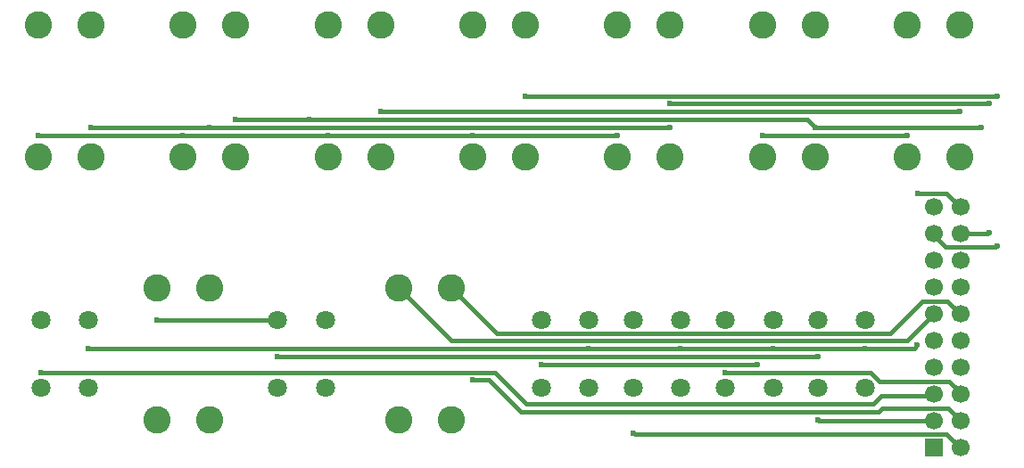
<source format=gbr>
%TF.GenerationSoftware,KiCad,Pcbnew,9.0.6*%
%TF.CreationDate,2026-01-11T11:52:41+09:00*%
%TF.ProjectId,MH01852029121Z2_MJ-HF_control,4d483031-3835-4323-9032-393132315a32,rev?*%
%TF.SameCoordinates,Original*%
%TF.FileFunction,Copper,L1,Top*%
%TF.FilePolarity,Positive*%
%FSLAX46Y46*%
G04 Gerber Fmt 4.6, Leading zero omitted, Abs format (unit mm)*
G04 Created by KiCad (PCBNEW 9.0.6) date 2026-01-11 11:52:41*
%MOMM*%
%LPD*%
G01*
G04 APERTURE LIST*
%TA.AperFunction,ComponentPad*%
%ADD10C,2.600000*%
%TD*%
%TA.AperFunction,ComponentPad*%
%ADD11C,1.800000*%
%TD*%
%TA.AperFunction,ComponentPad*%
%ADD12R,1.700000X1.700000*%
%TD*%
%TA.AperFunction,ComponentPad*%
%ADD13C,1.700000*%
%TD*%
%TA.AperFunction,ViaPad*%
%ADD14C,0.600000*%
%TD*%
%TA.AperFunction,Conductor*%
%ADD15C,0.400000*%
%TD*%
G04 APERTURE END LIST*
D10*
%TO.P,SW5,1,1*%
%TO.N,/Pin4(B11)_A*%
X107500000Y-38750000D03*
X107500000Y-51250000D03*
%TO.P,SW5,2,2*%
%TO.N,/Pin3(B1)_A*%
X112500000Y-38750000D03*
X112500000Y-51250000D03*
%TD*%
%TO.P,SW7,1,1*%
%TO.N,/Pin5(B12)_A*%
X135000000Y-38750000D03*
X135000000Y-51250000D03*
%TO.P,SW7,2,2*%
%TO.N,/Pin6(B2)_A*%
X140000000Y-38750000D03*
X140000000Y-51250000D03*
%TD*%
D11*
%TO.P,SW19,1,1*%
%TO.N,/Pin8(B13)_A*%
X109000000Y-66750000D03*
X109000000Y-73250000D03*
%TO.P,SW19,2,2*%
%TO.N,/Pin7(B3)_A*%
X113500000Y-66750000D03*
X113500000Y-73250000D03*
%TD*%
D10*
%TO.P,SW16,1,1*%
%TO.N,/Pin1(B16)_A*%
X63750000Y-63750000D03*
X63750000Y-76250000D03*
%TO.P,SW16,2,2*%
%TO.N,/Pin3(B1)_A*%
X68750000Y-63750000D03*
X68750000Y-76250000D03*
%TD*%
%TO.P,SW1,1,1*%
%TO.N,/Pin4(B11)_A*%
X52500000Y-38750000D03*
X52500000Y-51250000D03*
%TO.P,SW1,2,2*%
%TO.N,/Pin3(B1)_A*%
X57500000Y-38750000D03*
X57500000Y-51250000D03*
%TD*%
D11*
%TO.P,SW17,1,1*%
%TO.N,/Pin1(B16)_A*%
X75250000Y-66750000D03*
X75250000Y-73250000D03*
%TO.P,SW17,2,2*%
%TO.N,/Pin2(A1)_A*%
X79750000Y-66750000D03*
X79750000Y-73250000D03*
%TD*%
D10*
%TO.P,SW2,1,1*%
%TO.N,/Pin4(B11)_A*%
X66250000Y-38750000D03*
X66250000Y-51250000D03*
%TO.P,SW2,2,2*%
%TO.N,/Pin2(A1)_A*%
X71250000Y-38750000D03*
X71250000Y-51250000D03*
%TD*%
%TO.P,SW4,1,1*%
%TO.N,/Pin4(B11)_A*%
X93750000Y-38750000D03*
X93750000Y-51250000D03*
%TO.P,SW4,2,2*%
%TO.N,/Pin10(A2)_A*%
X98750000Y-38750000D03*
X98750000Y-51250000D03*
%TD*%
%TO.P,SW28,1,1*%
%TO.N,/Pin12(A5)_A*%
X86750000Y-63750000D03*
X86750000Y-76250000D03*
%TO.P,SW28,2,2*%
%TO.N,/Pin13(A17)_A*%
X91750000Y-63750000D03*
X91750000Y-76250000D03*
%TD*%
D11*
%TO.P,SW20,1,1*%
%TO.N,/Pin11(B15)_A*%
X117750000Y-66750000D03*
X117750000Y-73250000D03*
%TO.P,SW20,2,2*%
%TO.N,/Pin7(B3)_A*%
X122250000Y-66750000D03*
X122250000Y-73250000D03*
%TD*%
D10*
%TO.P,SW6,1,1*%
%TO.N,/Pin5(B12)_A*%
X121250000Y-38750000D03*
X121250000Y-51250000D03*
%TO.P,SW6,2,2*%
%TO.N,/Pin2(A1)_A*%
X126250000Y-38750000D03*
X126250000Y-51250000D03*
%TD*%
%TO.P,SW3,1,1*%
%TO.N,/Pin4(B11)_A*%
X80000000Y-38750000D03*
X80000000Y-51250000D03*
%TO.P,SW3,2,2*%
%TO.N,/Pin6(B2)_A*%
X85000000Y-38750000D03*
X85000000Y-51250000D03*
%TD*%
D11*
%TO.P,SW15,1,1*%
%TO.N,/Pin9(B14)_A*%
X52750000Y-66750000D03*
X52750000Y-73250000D03*
%TO.P,SW15,2,2*%
%TO.N,/Pin7(B3)_A*%
X57250000Y-66750000D03*
X57250000Y-73250000D03*
%TD*%
%TO.P,SW21,1,1*%
%TO.N,/Pin1(B16)_A*%
X126500000Y-66750000D03*
X126500000Y-73250000D03*
%TO.P,SW21,2,2*%
%TO.N,/Pin7(B3)_A*%
X131000000Y-66750000D03*
X131000000Y-73250000D03*
%TD*%
%TO.P,SW18,1,1*%
%TO.N,/Pin5(B12)_A*%
X100250000Y-66750000D03*
X100250000Y-73250000D03*
%TO.P,SW18,2,2*%
%TO.N,/Pin7(B3)_A*%
X104750000Y-66750000D03*
X104750000Y-73250000D03*
%TD*%
D12*
%TO.P,J2,1,Pin_1*%
%TO.N,/Pin5(B12)_A*%
X137500000Y-78930000D03*
D13*
%TO.P,J2,2,Pin_2*%
%TO.N,/Pin8(B13)_A*%
X140040000Y-78930000D03*
%TO.P,J2,3,Pin_3*%
%TO.N,/Pin1(B16)_A*%
X137500000Y-76390000D03*
%TO.P,J2,4,Pin_4*%
%TO.N,/Pin4(B11)_A*%
X140040000Y-76390000D03*
%TO.P,J2,5,Pin_5*%
%TO.N,/Pin9(B14)_A*%
X137500000Y-73850000D03*
%TO.P,J2,6,Pin_6*%
%TO.N,/Pin11(B15)_A*%
X140040000Y-73850000D03*
%TO.P,J2,7,Pin_7*%
%TO.N,unconnected-(J2-Pin_7-Pad7)*%
X137500000Y-71310000D03*
%TO.P,J2,8,Pin_8*%
%TO.N,unconnected-(J2-Pin_8-Pad8)*%
X140040000Y-71310000D03*
%TO.P,J2,9,Pin_9*%
%TO.N,unconnected-(J2-Pin_9-Pad9)*%
X137500000Y-68770000D03*
%TO.P,J2,10,Pin_10*%
%TO.N,unconnected-(J2-Pin_10-Pad10)*%
X140040000Y-68770000D03*
%TO.P,J2,11,Pin_11*%
%TO.N,/Pin12(A5)_A*%
X137500000Y-66230000D03*
%TO.P,J2,12,Pin_12*%
%TO.N,/Pin13(A17)_A*%
X140040000Y-66230000D03*
%TO.P,J2,13,Pin_13*%
%TO.N,unconnected-(J2-Pin_13-Pad13)*%
X137500000Y-63690000D03*
%TO.P,J2,14,Pin_14*%
%TO.N,unconnected-(J2-Pin_14-Pad14)*%
X140040000Y-63690000D03*
%TO.P,J2,15,Pin_15*%
%TO.N,unconnected-(J2-Pin_15-Pad15)*%
X137500000Y-61150000D03*
%TO.P,J2,16,Pin_16*%
%TO.N,/Pin2(A1)_A*%
X140040000Y-61150000D03*
%TO.P,J2,17,Pin_17*%
%TO.N,/Pin10(A2)_A*%
X137500000Y-58610000D03*
%TO.P,J2,18,Pin_18*%
%TO.N,/Pin3(B1)_A*%
X140040000Y-58610000D03*
%TO.P,J2,19,Pin_19*%
%TO.N,/Pin6(B2)_A*%
X137500000Y-56070000D03*
%TO.P,J2,20,Pin_20*%
%TO.N,/Pin7(B3)_A*%
X140040000Y-56070000D03*
%TD*%
D14*
%TO.N,/Pin10(A2)_A*%
X143500000Y-59750000D03*
X98750000Y-45500000D03*
X143500000Y-45500000D03*
%TO.N,/Pin2(A1)_A*%
X126250000Y-48500000D03*
X71250000Y-47750000D03*
X142000000Y-48500000D03*
X78250000Y-47750000D03*
%TO.N,/Pin6(B2)_A*%
X140000000Y-47000000D03*
X85000000Y-47000000D03*
%TO.N,/Pin3(B1)_A*%
X142750000Y-58500000D03*
X68750000Y-48500000D03*
X112500000Y-48500000D03*
X112500000Y-46250000D03*
X57500000Y-48500000D03*
X142750000Y-46250000D03*
%TO.N,/Pin1(B16)_A*%
X126500000Y-70231000D03*
X126500000Y-76300000D03*
X75250000Y-70231000D03*
X63750000Y-66750000D03*
%TO.N,/Pin4(B11)_A*%
X93750000Y-72450000D03*
X52500000Y-49250000D03*
X107500000Y-49250000D03*
X66250000Y-49250000D03*
X93750000Y-49250000D03*
X80000000Y-49250000D03*
%TO.N,/Pin8(B13)_A*%
X109000000Y-77500000D03*
%TO.N,/Pin5(B12)_A*%
X120777000Y-70993000D03*
X135000000Y-49250000D03*
X100250000Y-70993000D03*
X121250000Y-49250000D03*
%TO.N,/Pin9(B14)_A*%
X52750000Y-71750000D03*
%TO.N,/Pin11(B15)_A*%
X117750000Y-71755000D03*
%TO.N,/Pin7(B3)_A*%
X122250000Y-69469000D03*
X136000000Y-54750000D03*
X113500000Y-69469000D03*
X104750000Y-69469000D03*
X57250000Y-69469000D03*
X135953500Y-69151500D03*
X131000000Y-69469000D03*
%TD*%
D15*
%TO.N,/Pin12(A5)_A*%
X135023000Y-68707000D02*
X137500000Y-66230000D01*
X86750000Y-63750000D02*
X91707000Y-68707000D01*
X91707000Y-68707000D02*
X135023000Y-68707000D01*
%TO.N,/Pin10(A2)_A*%
X137500000Y-58610000D02*
X137500000Y-58750000D01*
X137500000Y-58750000D02*
X138611000Y-59861000D01*
X143389000Y-59861000D02*
X143500000Y-59750000D01*
X98750000Y-45500000D02*
X143500000Y-45500000D01*
X138611000Y-59861000D02*
X143389000Y-59861000D01*
%TO.N,/Pin2(A1)_A*%
X125500000Y-47750000D02*
X126250000Y-48500000D01*
X78250000Y-47750000D02*
X125500000Y-47750000D01*
X71250000Y-47750000D02*
X78250000Y-47750000D01*
X126250000Y-48500000D02*
X142000000Y-48500000D01*
%TO.N,/Pin6(B2)_A*%
X85000000Y-47000000D02*
X140000000Y-47000000D01*
%TO.N,/Pin3(B1)_A*%
X68750000Y-48500000D02*
X57500000Y-48500000D01*
X142640000Y-58610000D02*
X142750000Y-58500000D01*
X112500000Y-48500000D02*
X68750000Y-48500000D01*
X140040000Y-58610000D02*
X142640000Y-58610000D01*
X112500000Y-46250000D02*
X142750000Y-46250000D01*
%TO.N,/Pin1(B16)_A*%
X63750000Y-66750000D02*
X75250000Y-66750000D01*
X126590000Y-76390000D02*
X126500000Y-76300000D01*
X137500000Y-76390000D02*
X126590000Y-76390000D01*
X126500000Y-70231000D02*
X75250000Y-70231000D01*
%TO.N,/Pin4(B11)_A*%
X107500000Y-49250000D02*
X93750000Y-49250000D01*
X132250000Y-75500000D02*
X132611000Y-75139000D01*
X93750000Y-72450000D02*
X95310000Y-72450000D01*
X140040000Y-76290000D02*
X140040000Y-76390000D01*
X98360000Y-75500000D02*
X132250000Y-75500000D01*
X66250000Y-49250000D02*
X80000000Y-49250000D01*
X80000000Y-49250000D02*
X93750000Y-49250000D01*
X132611000Y-75139000D02*
X138889000Y-75139000D01*
X52500000Y-49250000D02*
X66250000Y-49250000D01*
X95310000Y-72450000D02*
X98360000Y-75500000D01*
X138889000Y-75139000D02*
X140040000Y-76290000D01*
%TO.N,/Pin8(B13)_A*%
X138751000Y-77641000D02*
X140040000Y-78930000D01*
X109000000Y-77500000D02*
X109141000Y-77641000D01*
X109141000Y-77641000D02*
X138751000Y-77641000D01*
%TO.N,/Pin5(B12)_A*%
X100250000Y-70993000D02*
X120777000Y-70993000D01*
X121250000Y-49250000D02*
X135000000Y-49250000D01*
%TO.N,/Pin13(A17)_A*%
X96072000Y-68072000D02*
X133350000Y-68072000D01*
X133350000Y-68072000D02*
X136443000Y-64979000D01*
X91750000Y-63750000D02*
X96072000Y-68072000D01*
X138789000Y-64979000D02*
X140040000Y-66230000D01*
X136443000Y-64979000D02*
X138789000Y-64979000D01*
%TO.N,/Pin9(B14)_A*%
X137500000Y-73850000D02*
X137350000Y-74000000D01*
X95880000Y-71750000D02*
X52750000Y-71750000D01*
X98880000Y-74750000D02*
X95880000Y-71750000D01*
X131750000Y-74750000D02*
X98880000Y-74750000D01*
X132500000Y-74000000D02*
X131750000Y-74750000D01*
X137350000Y-74000000D02*
X132500000Y-74000000D01*
%TO.N,/Pin11(B15)_A*%
X117750000Y-71755000D02*
X131549946Y-71755000D01*
X140040000Y-73650000D02*
X140040000Y-73850000D01*
X132393946Y-72599000D02*
X138989000Y-72599000D01*
X131549946Y-71755000D02*
X132393946Y-72599000D01*
X138989000Y-72599000D02*
X140040000Y-73650000D01*
%TO.N,/Pin7(B3)_A*%
X104750000Y-69469000D02*
X113500000Y-69469000D01*
X57250000Y-69469000D02*
X104750000Y-69469000D01*
X136000000Y-54750000D02*
X138750000Y-54750000D01*
X140040000Y-56040000D02*
X140040000Y-56070000D01*
X138750000Y-54750000D02*
X140040000Y-56040000D01*
X135636000Y-69469000D02*
X131000000Y-69469000D01*
X122250000Y-69469000D02*
X131000000Y-69469000D01*
X113500000Y-69469000D02*
X122250000Y-69469000D01*
X135953500Y-69151500D02*
X135636000Y-69469000D01*
%TD*%
M02*

</source>
